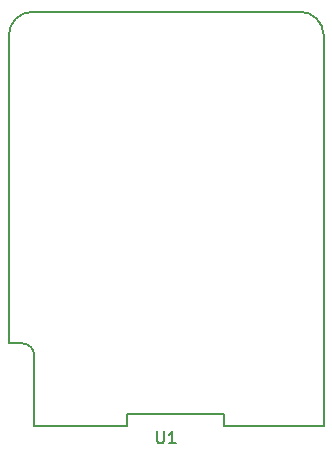
<source format=gbr>
G04 #@! TF.GenerationSoftware,KiCad,Pcbnew,(5.1.5-0-10_14)*
G04 #@! TF.CreationDate,2020-06-15T10:40:47+02:00*
G04 #@! TF.ProjectId,WEMOS_Adapter,57454d4f-535f-4416-9461-707465722e6b,rev?*
G04 #@! TF.SameCoordinates,Original*
G04 #@! TF.FileFunction,Legend,Top*
G04 #@! TF.FilePolarity,Positive*
%FSLAX46Y46*%
G04 Gerber Fmt 4.6, Leading zero omitted, Abs format (unit mm)*
G04 Created by KiCad (PCBNEW (5.1.5-0-10_14)) date 2020-06-15 10:40:47*
%MOMM*%
%LPD*%
G04 APERTURE LIST*
%ADD10C,0.150000*%
G04 APERTURE END LIST*
D10*
X41813400Y-57020000D02*
X41813400Y-57020000D01*
X42973400Y-57020000D02*
X41813400Y-57020000D01*
X43963400Y-58020000D02*
G75*
G03X42963400Y-57020000I-1000000J0D01*
G01*
X43963400Y-64020000D02*
X43963400Y-58020000D01*
X68473400Y-30940000D02*
G75*
G03X66473400Y-28940000I-2000000J0D01*
G01*
X43813400Y-28940000D02*
G75*
G03X41813400Y-30940000I0J-2000000D01*
G01*
X60043400Y-64020000D02*
X68473399Y-64020000D01*
X60043400Y-63020000D02*
X60043400Y-64020000D01*
X51823400Y-63020000D02*
X60043400Y-63020000D01*
X51823400Y-64020000D02*
X51823400Y-63020000D01*
X43963400Y-64020000D02*
X51823400Y-64020000D01*
X41813400Y-30940000D02*
X41813400Y-57020000D01*
X66473400Y-28940000D02*
X43813400Y-28940000D01*
X68473400Y-64020000D02*
X68473400Y-30940000D01*
X54381495Y-64472380D02*
X54381495Y-65281904D01*
X54429114Y-65377142D01*
X54476733Y-65424761D01*
X54571971Y-65472380D01*
X54762447Y-65472380D01*
X54857685Y-65424761D01*
X54905304Y-65377142D01*
X54952923Y-65281904D01*
X54952923Y-64472380D01*
X55952923Y-65472380D02*
X55381495Y-65472380D01*
X55667209Y-65472380D02*
X55667209Y-64472380D01*
X55571971Y-64615238D01*
X55476733Y-64710476D01*
X55381495Y-64758095D01*
M02*

</source>
